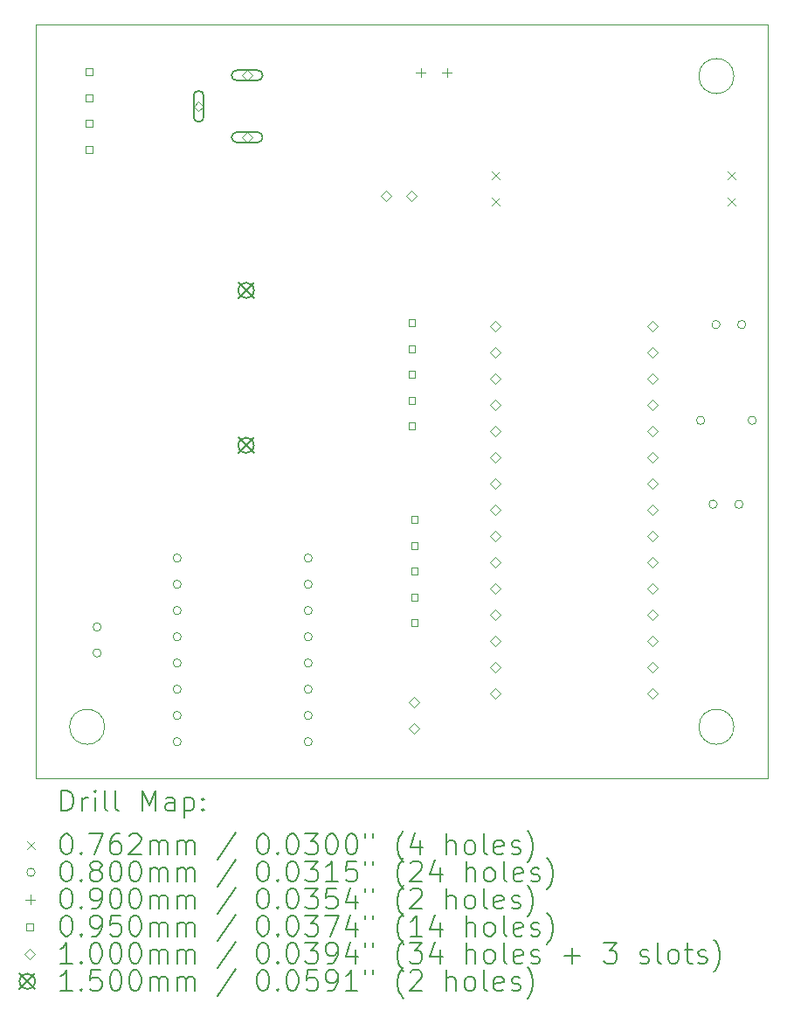
<source format=gbr>
%TF.GenerationSoftware,KiCad,Pcbnew,(6.0.9)*%
%TF.CreationDate,2024-07-14T14:50:28-07:00*%
%TF.ProjectId,RA_Controller,52415f43-6f6e-4747-926f-6c6c65722e6b,rev?*%
%TF.SameCoordinates,Original*%
%TF.FileFunction,Drillmap*%
%TF.FilePolarity,Positive*%
%FSLAX45Y45*%
G04 Gerber Fmt 4.5, Leading zero omitted, Abs format (unit mm)*
G04 Created by KiCad (PCBNEW (6.0.9)) date 2024-07-14 14:50:28*
%MOMM*%
%LPD*%
G01*
G04 APERTURE LIST*
%ADD10C,0.100000*%
%ADD11C,0.200000*%
%ADD12C,0.076200*%
%ADD13C,0.080000*%
%ADD14C,0.090000*%
%ADD15C,0.095000*%
%ADD16C,0.150000*%
G04 APERTURE END LIST*
D10*
X11973000Y-11450700D02*
G75*
G03*
X11973000Y-11450700I-170000J0D01*
G01*
X11303000Y-4650700D02*
X18403000Y-4650700D01*
X18403000Y-4650700D02*
X18403000Y-11950700D01*
X18403000Y-11950700D02*
X11303000Y-11950700D01*
X11303000Y-11950700D02*
X11303000Y-4650700D01*
X18073000Y-11450700D02*
G75*
G03*
X18073000Y-11450700I-170000J0D01*
G01*
X18073000Y-5150700D02*
G75*
G03*
X18073000Y-5150700I-170000J0D01*
G01*
D11*
D12*
X15722600Y-6070600D02*
X15798800Y-6146800D01*
X15798800Y-6070600D02*
X15722600Y-6146800D01*
X15722600Y-6324600D02*
X15798800Y-6400800D01*
X15798800Y-6324600D02*
X15722600Y-6400800D01*
X18008600Y-6070600D02*
X18084800Y-6146800D01*
X18084800Y-6070600D02*
X18008600Y-6146800D01*
X18008600Y-6324600D02*
X18084800Y-6400800D01*
X18084800Y-6324600D02*
X18008600Y-6400800D01*
D13*
X11939900Y-10485438D02*
G75*
G03*
X11939900Y-10485438I-40000J0D01*
G01*
X11939900Y-10735438D02*
G75*
G03*
X11939900Y-10735438I-40000J0D01*
G01*
X12715600Y-9817100D02*
G75*
G03*
X12715600Y-9817100I-40000J0D01*
G01*
X12715600Y-10071100D02*
G75*
G03*
X12715600Y-10071100I-40000J0D01*
G01*
X12715600Y-10325100D02*
G75*
G03*
X12715600Y-10325100I-40000J0D01*
G01*
X12715600Y-10579100D02*
G75*
G03*
X12715600Y-10579100I-40000J0D01*
G01*
X12715600Y-10833100D02*
G75*
G03*
X12715600Y-10833100I-40000J0D01*
G01*
X12715600Y-11087100D02*
G75*
G03*
X12715600Y-11087100I-40000J0D01*
G01*
X12715600Y-11341100D02*
G75*
G03*
X12715600Y-11341100I-40000J0D01*
G01*
X12715600Y-11595100D02*
G75*
G03*
X12715600Y-11595100I-40000J0D01*
G01*
X13985600Y-9817100D02*
G75*
G03*
X13985600Y-9817100I-40000J0D01*
G01*
X13985600Y-10071100D02*
G75*
G03*
X13985600Y-10071100I-40000J0D01*
G01*
X13985600Y-10325100D02*
G75*
G03*
X13985600Y-10325100I-40000J0D01*
G01*
X13985600Y-10579100D02*
G75*
G03*
X13985600Y-10579100I-40000J0D01*
G01*
X13985600Y-10833100D02*
G75*
G03*
X13985600Y-10833100I-40000J0D01*
G01*
X13985600Y-11087100D02*
G75*
G03*
X13985600Y-11087100I-40000J0D01*
G01*
X13985600Y-11341100D02*
G75*
G03*
X13985600Y-11341100I-40000J0D01*
G01*
X13985600Y-11595100D02*
G75*
G03*
X13985600Y-11595100I-40000J0D01*
G01*
X17789900Y-8483600D02*
G75*
G03*
X17789900Y-8483600I-40000J0D01*
G01*
X17910900Y-9296400D02*
G75*
G03*
X17910900Y-9296400I-40000J0D01*
G01*
X17938300Y-7556500D02*
G75*
G03*
X17938300Y-7556500I-40000J0D01*
G01*
X18160900Y-9296400D02*
G75*
G03*
X18160900Y-9296400I-40000J0D01*
G01*
X18188300Y-7556500D02*
G75*
G03*
X18188300Y-7556500I-40000J0D01*
G01*
X18289900Y-8483600D02*
G75*
G03*
X18289900Y-8483600I-40000J0D01*
G01*
D14*
X15036300Y-5073100D02*
X15036300Y-5163100D01*
X14991300Y-5118100D02*
X15081300Y-5118100D01*
X15290300Y-5073100D02*
X15290300Y-5163100D01*
X15245300Y-5118100D02*
X15335300Y-5118100D01*
D15*
X11855588Y-5144988D02*
X11855588Y-5077812D01*
X11788412Y-5077812D01*
X11788412Y-5144988D01*
X11855588Y-5144988D01*
X11855588Y-5394988D02*
X11855588Y-5327812D01*
X11788412Y-5327812D01*
X11788412Y-5394988D01*
X11855588Y-5394988D01*
X11855588Y-5644988D02*
X11855588Y-5577812D01*
X11788412Y-5577812D01*
X11788412Y-5644988D01*
X11855588Y-5644988D01*
X11855588Y-5894988D02*
X11855588Y-5827812D01*
X11788412Y-5827812D01*
X11788412Y-5894988D01*
X11855588Y-5894988D01*
X14984188Y-7572688D02*
X14984188Y-7505512D01*
X14917012Y-7505512D01*
X14917012Y-7572688D01*
X14984188Y-7572688D01*
X14984188Y-7822688D02*
X14984188Y-7755512D01*
X14917012Y-7755512D01*
X14917012Y-7822688D01*
X14984188Y-7822688D01*
X14984188Y-8072688D02*
X14984188Y-8005512D01*
X14917012Y-8005512D01*
X14917012Y-8072688D01*
X14984188Y-8072688D01*
X14984188Y-8322688D02*
X14984188Y-8255512D01*
X14917012Y-8255512D01*
X14917012Y-8322688D01*
X14984188Y-8322688D01*
X14984188Y-8572688D02*
X14984188Y-8505512D01*
X14917012Y-8505512D01*
X14917012Y-8572688D01*
X14984188Y-8572688D01*
X15009588Y-9477688D02*
X15009588Y-9410512D01*
X14942412Y-9410512D01*
X14942412Y-9477688D01*
X15009588Y-9477688D01*
X15009588Y-9727688D02*
X15009588Y-9660512D01*
X14942412Y-9660512D01*
X14942412Y-9727688D01*
X15009588Y-9727688D01*
X15009588Y-9977688D02*
X15009588Y-9910512D01*
X14942412Y-9910512D01*
X14942412Y-9977688D01*
X15009588Y-9977688D01*
X15009588Y-10227688D02*
X15009588Y-10160512D01*
X14942412Y-10160512D01*
X14942412Y-10227688D01*
X15009588Y-10227688D01*
X15009588Y-10477688D02*
X15009588Y-10410512D01*
X14942412Y-10410512D01*
X14942412Y-10477688D01*
X15009588Y-10477688D01*
D10*
X12884550Y-5493500D02*
X12934550Y-5443500D01*
X12884550Y-5393500D01*
X12834550Y-5443500D01*
X12884550Y-5493500D01*
D11*
X12834550Y-5343500D02*
X12834550Y-5543500D01*
X12934550Y-5343500D02*
X12934550Y-5543500D01*
X12834550Y-5543500D02*
G75*
G03*
X12934550Y-5543500I50000J0D01*
G01*
X12934550Y-5343500D02*
G75*
G03*
X12834550Y-5343500I-50000J0D01*
G01*
D10*
X13354550Y-5193500D02*
X13404550Y-5143500D01*
X13354550Y-5093500D01*
X13304550Y-5143500D01*
X13354550Y-5193500D01*
D11*
X13454550Y-5093500D02*
X13254550Y-5093500D01*
X13454550Y-5193500D02*
X13254550Y-5193500D01*
X13254550Y-5093500D02*
G75*
G03*
X13254550Y-5193500I0J-50000D01*
G01*
X13454550Y-5193500D02*
G75*
G03*
X13454550Y-5093500I0J50000D01*
G01*
D10*
X13354550Y-5793500D02*
X13404550Y-5743500D01*
X13354550Y-5693500D01*
X13304550Y-5743500D01*
X13354550Y-5793500D01*
D11*
X13454550Y-5693500D02*
X13254550Y-5693500D01*
X13454550Y-5793500D02*
X13254550Y-5793500D01*
X13254550Y-5693500D02*
G75*
G03*
X13254550Y-5793500I0J-50000D01*
G01*
X13454550Y-5793500D02*
G75*
G03*
X13454550Y-5693500I0J50000D01*
G01*
D10*
X14697900Y-6361900D02*
X14747900Y-6311900D01*
X14697900Y-6261900D01*
X14647900Y-6311900D01*
X14697900Y-6361900D01*
X14947900Y-6361900D02*
X14997900Y-6311900D01*
X14947900Y-6261900D01*
X14897900Y-6311900D01*
X14947900Y-6361900D01*
X14973300Y-11264100D02*
X15023300Y-11214100D01*
X14973300Y-11164100D01*
X14923300Y-11214100D01*
X14973300Y-11264100D01*
X14973300Y-11514100D02*
X15023300Y-11464100D01*
X14973300Y-11414100D01*
X14923300Y-11464100D01*
X14973300Y-11514100D01*
X15761700Y-7619200D02*
X15811700Y-7569200D01*
X15761700Y-7519200D01*
X15711700Y-7569200D01*
X15761700Y-7619200D01*
X15761700Y-7873200D02*
X15811700Y-7823200D01*
X15761700Y-7773200D01*
X15711700Y-7823200D01*
X15761700Y-7873200D01*
X15761700Y-8127200D02*
X15811700Y-8077200D01*
X15761700Y-8027200D01*
X15711700Y-8077200D01*
X15761700Y-8127200D01*
X15761700Y-8381200D02*
X15811700Y-8331200D01*
X15761700Y-8281200D01*
X15711700Y-8331200D01*
X15761700Y-8381200D01*
X15761700Y-8635200D02*
X15811700Y-8585200D01*
X15761700Y-8535200D01*
X15711700Y-8585200D01*
X15761700Y-8635200D01*
X15761700Y-8889200D02*
X15811700Y-8839200D01*
X15761700Y-8789200D01*
X15711700Y-8839200D01*
X15761700Y-8889200D01*
X15761700Y-9143200D02*
X15811700Y-9093200D01*
X15761700Y-9043200D01*
X15711700Y-9093200D01*
X15761700Y-9143200D01*
X15761700Y-9397200D02*
X15811700Y-9347200D01*
X15761700Y-9297200D01*
X15711700Y-9347200D01*
X15761700Y-9397200D01*
X15761700Y-9651200D02*
X15811700Y-9601200D01*
X15761700Y-9551200D01*
X15711700Y-9601200D01*
X15761700Y-9651200D01*
X15761700Y-9905200D02*
X15811700Y-9855200D01*
X15761700Y-9805200D01*
X15711700Y-9855200D01*
X15761700Y-9905200D01*
X15761700Y-10159200D02*
X15811700Y-10109200D01*
X15761700Y-10059200D01*
X15711700Y-10109200D01*
X15761700Y-10159200D01*
X15761700Y-10413200D02*
X15811700Y-10363200D01*
X15761700Y-10313200D01*
X15711700Y-10363200D01*
X15761700Y-10413200D01*
X15761700Y-10667200D02*
X15811700Y-10617200D01*
X15761700Y-10567200D01*
X15711700Y-10617200D01*
X15761700Y-10667200D01*
X15761700Y-10921200D02*
X15811700Y-10871200D01*
X15761700Y-10821200D01*
X15711700Y-10871200D01*
X15761700Y-10921200D01*
X15761700Y-11175200D02*
X15811700Y-11125200D01*
X15761700Y-11075200D01*
X15711700Y-11125200D01*
X15761700Y-11175200D01*
X17285700Y-7619200D02*
X17335700Y-7569200D01*
X17285700Y-7519200D01*
X17235700Y-7569200D01*
X17285700Y-7619200D01*
X17285700Y-7873200D02*
X17335700Y-7823200D01*
X17285700Y-7773200D01*
X17235700Y-7823200D01*
X17285700Y-7873200D01*
X17285700Y-8127200D02*
X17335700Y-8077200D01*
X17285700Y-8027200D01*
X17235700Y-8077200D01*
X17285700Y-8127200D01*
X17285700Y-8381200D02*
X17335700Y-8331200D01*
X17285700Y-8281200D01*
X17235700Y-8331200D01*
X17285700Y-8381200D01*
X17285700Y-8635200D02*
X17335700Y-8585200D01*
X17285700Y-8535200D01*
X17235700Y-8585200D01*
X17285700Y-8635200D01*
X17285700Y-8889200D02*
X17335700Y-8839200D01*
X17285700Y-8789200D01*
X17235700Y-8839200D01*
X17285700Y-8889200D01*
X17285700Y-9143200D02*
X17335700Y-9093200D01*
X17285700Y-9043200D01*
X17235700Y-9093200D01*
X17285700Y-9143200D01*
X17285700Y-9397200D02*
X17335700Y-9347200D01*
X17285700Y-9297200D01*
X17235700Y-9347200D01*
X17285700Y-9397200D01*
X17285700Y-9651200D02*
X17335700Y-9601200D01*
X17285700Y-9551200D01*
X17235700Y-9601200D01*
X17285700Y-9651200D01*
X17285700Y-9905200D02*
X17335700Y-9855200D01*
X17285700Y-9805200D01*
X17235700Y-9855200D01*
X17285700Y-9905200D01*
X17285700Y-10159200D02*
X17335700Y-10109200D01*
X17285700Y-10059200D01*
X17235700Y-10109200D01*
X17285700Y-10159200D01*
X17285700Y-10413200D02*
X17335700Y-10363200D01*
X17285700Y-10313200D01*
X17235700Y-10363200D01*
X17285700Y-10413200D01*
X17285700Y-10667200D02*
X17335700Y-10617200D01*
X17285700Y-10567200D01*
X17235700Y-10617200D01*
X17285700Y-10667200D01*
X17285700Y-10921200D02*
X17335700Y-10871200D01*
X17285700Y-10821200D01*
X17235700Y-10871200D01*
X17285700Y-10921200D01*
X17285700Y-11175200D02*
X17335700Y-11125200D01*
X17285700Y-11075200D01*
X17235700Y-11125200D01*
X17285700Y-11175200D01*
D16*
X13269500Y-7150600D02*
X13419500Y-7300600D01*
X13419500Y-7150600D02*
X13269500Y-7300600D01*
X13419500Y-7225600D02*
G75*
G03*
X13419500Y-7225600I-75000J0D01*
G01*
X13269500Y-8650600D02*
X13419500Y-8800600D01*
X13419500Y-8650600D02*
X13269500Y-8800600D01*
X13419500Y-8725600D02*
G75*
G03*
X13419500Y-8725600I-75000J0D01*
G01*
D11*
X11555619Y-12266176D02*
X11555619Y-12066176D01*
X11603238Y-12066176D01*
X11631809Y-12075700D01*
X11650857Y-12094748D01*
X11660381Y-12113795D01*
X11669905Y-12151890D01*
X11669905Y-12180462D01*
X11660381Y-12218557D01*
X11650857Y-12237605D01*
X11631809Y-12256652D01*
X11603238Y-12266176D01*
X11555619Y-12266176D01*
X11755619Y-12266176D02*
X11755619Y-12132843D01*
X11755619Y-12170938D02*
X11765143Y-12151890D01*
X11774667Y-12142367D01*
X11793714Y-12132843D01*
X11812762Y-12132843D01*
X11879428Y-12266176D02*
X11879428Y-12132843D01*
X11879428Y-12066176D02*
X11869905Y-12075700D01*
X11879428Y-12085224D01*
X11888952Y-12075700D01*
X11879428Y-12066176D01*
X11879428Y-12085224D01*
X12003238Y-12266176D02*
X11984190Y-12256652D01*
X11974667Y-12237605D01*
X11974667Y-12066176D01*
X12108000Y-12266176D02*
X12088952Y-12256652D01*
X12079428Y-12237605D01*
X12079428Y-12066176D01*
X12336571Y-12266176D02*
X12336571Y-12066176D01*
X12403238Y-12209033D01*
X12469905Y-12066176D01*
X12469905Y-12266176D01*
X12650857Y-12266176D02*
X12650857Y-12161414D01*
X12641333Y-12142367D01*
X12622286Y-12132843D01*
X12584190Y-12132843D01*
X12565143Y-12142367D01*
X12650857Y-12256652D02*
X12631809Y-12266176D01*
X12584190Y-12266176D01*
X12565143Y-12256652D01*
X12555619Y-12237605D01*
X12555619Y-12218557D01*
X12565143Y-12199509D01*
X12584190Y-12189986D01*
X12631809Y-12189986D01*
X12650857Y-12180462D01*
X12746095Y-12132843D02*
X12746095Y-12332843D01*
X12746095Y-12142367D02*
X12765143Y-12132843D01*
X12803238Y-12132843D01*
X12822286Y-12142367D01*
X12831809Y-12151890D01*
X12841333Y-12170938D01*
X12841333Y-12228081D01*
X12831809Y-12247128D01*
X12822286Y-12256652D01*
X12803238Y-12266176D01*
X12765143Y-12266176D01*
X12746095Y-12256652D01*
X12927048Y-12247128D02*
X12936571Y-12256652D01*
X12927048Y-12266176D01*
X12917524Y-12256652D01*
X12927048Y-12247128D01*
X12927048Y-12266176D01*
X12927048Y-12142367D02*
X12936571Y-12151890D01*
X12927048Y-12161414D01*
X12917524Y-12151890D01*
X12927048Y-12142367D01*
X12927048Y-12161414D01*
D12*
X11221800Y-12557600D02*
X11298000Y-12633800D01*
X11298000Y-12557600D02*
X11221800Y-12633800D01*
D11*
X11593714Y-12486176D02*
X11612762Y-12486176D01*
X11631809Y-12495700D01*
X11641333Y-12505224D01*
X11650857Y-12524271D01*
X11660381Y-12562367D01*
X11660381Y-12609986D01*
X11650857Y-12648081D01*
X11641333Y-12667128D01*
X11631809Y-12676652D01*
X11612762Y-12686176D01*
X11593714Y-12686176D01*
X11574667Y-12676652D01*
X11565143Y-12667128D01*
X11555619Y-12648081D01*
X11546095Y-12609986D01*
X11546095Y-12562367D01*
X11555619Y-12524271D01*
X11565143Y-12505224D01*
X11574667Y-12495700D01*
X11593714Y-12486176D01*
X11746095Y-12667128D02*
X11755619Y-12676652D01*
X11746095Y-12686176D01*
X11736571Y-12676652D01*
X11746095Y-12667128D01*
X11746095Y-12686176D01*
X11822286Y-12486176D02*
X11955619Y-12486176D01*
X11869905Y-12686176D01*
X12117524Y-12486176D02*
X12079428Y-12486176D01*
X12060381Y-12495700D01*
X12050857Y-12505224D01*
X12031809Y-12533795D01*
X12022286Y-12571890D01*
X12022286Y-12648081D01*
X12031809Y-12667128D01*
X12041333Y-12676652D01*
X12060381Y-12686176D01*
X12098476Y-12686176D01*
X12117524Y-12676652D01*
X12127048Y-12667128D01*
X12136571Y-12648081D01*
X12136571Y-12600462D01*
X12127048Y-12581414D01*
X12117524Y-12571890D01*
X12098476Y-12562367D01*
X12060381Y-12562367D01*
X12041333Y-12571890D01*
X12031809Y-12581414D01*
X12022286Y-12600462D01*
X12212762Y-12505224D02*
X12222286Y-12495700D01*
X12241333Y-12486176D01*
X12288952Y-12486176D01*
X12308000Y-12495700D01*
X12317524Y-12505224D01*
X12327048Y-12524271D01*
X12327048Y-12543319D01*
X12317524Y-12571890D01*
X12203238Y-12686176D01*
X12327048Y-12686176D01*
X12412762Y-12686176D02*
X12412762Y-12552843D01*
X12412762Y-12571890D02*
X12422286Y-12562367D01*
X12441333Y-12552843D01*
X12469905Y-12552843D01*
X12488952Y-12562367D01*
X12498476Y-12581414D01*
X12498476Y-12686176D01*
X12498476Y-12581414D02*
X12508000Y-12562367D01*
X12527048Y-12552843D01*
X12555619Y-12552843D01*
X12574667Y-12562367D01*
X12584190Y-12581414D01*
X12584190Y-12686176D01*
X12679428Y-12686176D02*
X12679428Y-12552843D01*
X12679428Y-12571890D02*
X12688952Y-12562367D01*
X12708000Y-12552843D01*
X12736571Y-12552843D01*
X12755619Y-12562367D01*
X12765143Y-12581414D01*
X12765143Y-12686176D01*
X12765143Y-12581414D02*
X12774667Y-12562367D01*
X12793714Y-12552843D01*
X12822286Y-12552843D01*
X12841333Y-12562367D01*
X12850857Y-12581414D01*
X12850857Y-12686176D01*
X13241333Y-12476652D02*
X13069905Y-12733795D01*
X13498476Y-12486176D02*
X13517524Y-12486176D01*
X13536571Y-12495700D01*
X13546095Y-12505224D01*
X13555619Y-12524271D01*
X13565143Y-12562367D01*
X13565143Y-12609986D01*
X13555619Y-12648081D01*
X13546095Y-12667128D01*
X13536571Y-12676652D01*
X13517524Y-12686176D01*
X13498476Y-12686176D01*
X13479428Y-12676652D01*
X13469905Y-12667128D01*
X13460381Y-12648081D01*
X13450857Y-12609986D01*
X13450857Y-12562367D01*
X13460381Y-12524271D01*
X13469905Y-12505224D01*
X13479428Y-12495700D01*
X13498476Y-12486176D01*
X13650857Y-12667128D02*
X13660381Y-12676652D01*
X13650857Y-12686176D01*
X13641333Y-12676652D01*
X13650857Y-12667128D01*
X13650857Y-12686176D01*
X13784190Y-12486176D02*
X13803238Y-12486176D01*
X13822286Y-12495700D01*
X13831809Y-12505224D01*
X13841333Y-12524271D01*
X13850857Y-12562367D01*
X13850857Y-12609986D01*
X13841333Y-12648081D01*
X13831809Y-12667128D01*
X13822286Y-12676652D01*
X13803238Y-12686176D01*
X13784190Y-12686176D01*
X13765143Y-12676652D01*
X13755619Y-12667128D01*
X13746095Y-12648081D01*
X13736571Y-12609986D01*
X13736571Y-12562367D01*
X13746095Y-12524271D01*
X13755619Y-12505224D01*
X13765143Y-12495700D01*
X13784190Y-12486176D01*
X13917524Y-12486176D02*
X14041333Y-12486176D01*
X13974667Y-12562367D01*
X14003238Y-12562367D01*
X14022286Y-12571890D01*
X14031809Y-12581414D01*
X14041333Y-12600462D01*
X14041333Y-12648081D01*
X14031809Y-12667128D01*
X14022286Y-12676652D01*
X14003238Y-12686176D01*
X13946095Y-12686176D01*
X13927048Y-12676652D01*
X13917524Y-12667128D01*
X14165143Y-12486176D02*
X14184190Y-12486176D01*
X14203238Y-12495700D01*
X14212762Y-12505224D01*
X14222286Y-12524271D01*
X14231809Y-12562367D01*
X14231809Y-12609986D01*
X14222286Y-12648081D01*
X14212762Y-12667128D01*
X14203238Y-12676652D01*
X14184190Y-12686176D01*
X14165143Y-12686176D01*
X14146095Y-12676652D01*
X14136571Y-12667128D01*
X14127048Y-12648081D01*
X14117524Y-12609986D01*
X14117524Y-12562367D01*
X14127048Y-12524271D01*
X14136571Y-12505224D01*
X14146095Y-12495700D01*
X14165143Y-12486176D01*
X14355619Y-12486176D02*
X14374667Y-12486176D01*
X14393714Y-12495700D01*
X14403238Y-12505224D01*
X14412762Y-12524271D01*
X14422286Y-12562367D01*
X14422286Y-12609986D01*
X14412762Y-12648081D01*
X14403238Y-12667128D01*
X14393714Y-12676652D01*
X14374667Y-12686176D01*
X14355619Y-12686176D01*
X14336571Y-12676652D01*
X14327048Y-12667128D01*
X14317524Y-12648081D01*
X14308000Y-12609986D01*
X14308000Y-12562367D01*
X14317524Y-12524271D01*
X14327048Y-12505224D01*
X14336571Y-12495700D01*
X14355619Y-12486176D01*
X14498476Y-12486176D02*
X14498476Y-12524271D01*
X14574667Y-12486176D02*
X14574667Y-12524271D01*
X14869905Y-12762367D02*
X14860381Y-12752843D01*
X14841333Y-12724271D01*
X14831809Y-12705224D01*
X14822286Y-12676652D01*
X14812762Y-12629033D01*
X14812762Y-12590938D01*
X14822286Y-12543319D01*
X14831809Y-12514748D01*
X14841333Y-12495700D01*
X14860381Y-12467128D01*
X14869905Y-12457605D01*
X15031809Y-12552843D02*
X15031809Y-12686176D01*
X14984190Y-12476652D02*
X14936571Y-12619509D01*
X15060381Y-12619509D01*
X15288952Y-12686176D02*
X15288952Y-12486176D01*
X15374667Y-12686176D02*
X15374667Y-12581414D01*
X15365143Y-12562367D01*
X15346095Y-12552843D01*
X15317524Y-12552843D01*
X15298476Y-12562367D01*
X15288952Y-12571890D01*
X15498476Y-12686176D02*
X15479428Y-12676652D01*
X15469905Y-12667128D01*
X15460381Y-12648081D01*
X15460381Y-12590938D01*
X15469905Y-12571890D01*
X15479428Y-12562367D01*
X15498476Y-12552843D01*
X15527048Y-12552843D01*
X15546095Y-12562367D01*
X15555619Y-12571890D01*
X15565143Y-12590938D01*
X15565143Y-12648081D01*
X15555619Y-12667128D01*
X15546095Y-12676652D01*
X15527048Y-12686176D01*
X15498476Y-12686176D01*
X15679428Y-12686176D02*
X15660381Y-12676652D01*
X15650857Y-12657605D01*
X15650857Y-12486176D01*
X15831809Y-12676652D02*
X15812762Y-12686176D01*
X15774667Y-12686176D01*
X15755619Y-12676652D01*
X15746095Y-12657605D01*
X15746095Y-12581414D01*
X15755619Y-12562367D01*
X15774667Y-12552843D01*
X15812762Y-12552843D01*
X15831809Y-12562367D01*
X15841333Y-12581414D01*
X15841333Y-12600462D01*
X15746095Y-12619509D01*
X15917524Y-12676652D02*
X15936571Y-12686176D01*
X15974667Y-12686176D01*
X15993714Y-12676652D01*
X16003238Y-12657605D01*
X16003238Y-12648081D01*
X15993714Y-12629033D01*
X15974667Y-12619509D01*
X15946095Y-12619509D01*
X15927048Y-12609986D01*
X15917524Y-12590938D01*
X15917524Y-12581414D01*
X15927048Y-12562367D01*
X15946095Y-12552843D01*
X15974667Y-12552843D01*
X15993714Y-12562367D01*
X16069905Y-12762367D02*
X16079428Y-12752843D01*
X16098476Y-12724271D01*
X16108000Y-12705224D01*
X16117524Y-12676652D01*
X16127048Y-12629033D01*
X16127048Y-12590938D01*
X16117524Y-12543319D01*
X16108000Y-12514748D01*
X16098476Y-12495700D01*
X16079428Y-12467128D01*
X16069905Y-12457605D01*
D13*
X11298000Y-12859700D02*
G75*
G03*
X11298000Y-12859700I-40000J0D01*
G01*
D11*
X11593714Y-12750176D02*
X11612762Y-12750176D01*
X11631809Y-12759700D01*
X11641333Y-12769224D01*
X11650857Y-12788271D01*
X11660381Y-12826367D01*
X11660381Y-12873986D01*
X11650857Y-12912081D01*
X11641333Y-12931128D01*
X11631809Y-12940652D01*
X11612762Y-12950176D01*
X11593714Y-12950176D01*
X11574667Y-12940652D01*
X11565143Y-12931128D01*
X11555619Y-12912081D01*
X11546095Y-12873986D01*
X11546095Y-12826367D01*
X11555619Y-12788271D01*
X11565143Y-12769224D01*
X11574667Y-12759700D01*
X11593714Y-12750176D01*
X11746095Y-12931128D02*
X11755619Y-12940652D01*
X11746095Y-12950176D01*
X11736571Y-12940652D01*
X11746095Y-12931128D01*
X11746095Y-12950176D01*
X11869905Y-12835890D02*
X11850857Y-12826367D01*
X11841333Y-12816843D01*
X11831809Y-12797795D01*
X11831809Y-12788271D01*
X11841333Y-12769224D01*
X11850857Y-12759700D01*
X11869905Y-12750176D01*
X11908000Y-12750176D01*
X11927048Y-12759700D01*
X11936571Y-12769224D01*
X11946095Y-12788271D01*
X11946095Y-12797795D01*
X11936571Y-12816843D01*
X11927048Y-12826367D01*
X11908000Y-12835890D01*
X11869905Y-12835890D01*
X11850857Y-12845414D01*
X11841333Y-12854938D01*
X11831809Y-12873986D01*
X11831809Y-12912081D01*
X11841333Y-12931128D01*
X11850857Y-12940652D01*
X11869905Y-12950176D01*
X11908000Y-12950176D01*
X11927048Y-12940652D01*
X11936571Y-12931128D01*
X11946095Y-12912081D01*
X11946095Y-12873986D01*
X11936571Y-12854938D01*
X11927048Y-12845414D01*
X11908000Y-12835890D01*
X12069905Y-12750176D02*
X12088952Y-12750176D01*
X12108000Y-12759700D01*
X12117524Y-12769224D01*
X12127048Y-12788271D01*
X12136571Y-12826367D01*
X12136571Y-12873986D01*
X12127048Y-12912081D01*
X12117524Y-12931128D01*
X12108000Y-12940652D01*
X12088952Y-12950176D01*
X12069905Y-12950176D01*
X12050857Y-12940652D01*
X12041333Y-12931128D01*
X12031809Y-12912081D01*
X12022286Y-12873986D01*
X12022286Y-12826367D01*
X12031809Y-12788271D01*
X12041333Y-12769224D01*
X12050857Y-12759700D01*
X12069905Y-12750176D01*
X12260381Y-12750176D02*
X12279428Y-12750176D01*
X12298476Y-12759700D01*
X12308000Y-12769224D01*
X12317524Y-12788271D01*
X12327048Y-12826367D01*
X12327048Y-12873986D01*
X12317524Y-12912081D01*
X12308000Y-12931128D01*
X12298476Y-12940652D01*
X12279428Y-12950176D01*
X12260381Y-12950176D01*
X12241333Y-12940652D01*
X12231809Y-12931128D01*
X12222286Y-12912081D01*
X12212762Y-12873986D01*
X12212762Y-12826367D01*
X12222286Y-12788271D01*
X12231809Y-12769224D01*
X12241333Y-12759700D01*
X12260381Y-12750176D01*
X12412762Y-12950176D02*
X12412762Y-12816843D01*
X12412762Y-12835890D02*
X12422286Y-12826367D01*
X12441333Y-12816843D01*
X12469905Y-12816843D01*
X12488952Y-12826367D01*
X12498476Y-12845414D01*
X12498476Y-12950176D01*
X12498476Y-12845414D02*
X12508000Y-12826367D01*
X12527048Y-12816843D01*
X12555619Y-12816843D01*
X12574667Y-12826367D01*
X12584190Y-12845414D01*
X12584190Y-12950176D01*
X12679428Y-12950176D02*
X12679428Y-12816843D01*
X12679428Y-12835890D02*
X12688952Y-12826367D01*
X12708000Y-12816843D01*
X12736571Y-12816843D01*
X12755619Y-12826367D01*
X12765143Y-12845414D01*
X12765143Y-12950176D01*
X12765143Y-12845414D02*
X12774667Y-12826367D01*
X12793714Y-12816843D01*
X12822286Y-12816843D01*
X12841333Y-12826367D01*
X12850857Y-12845414D01*
X12850857Y-12950176D01*
X13241333Y-12740652D02*
X13069905Y-12997795D01*
X13498476Y-12750176D02*
X13517524Y-12750176D01*
X13536571Y-12759700D01*
X13546095Y-12769224D01*
X13555619Y-12788271D01*
X13565143Y-12826367D01*
X13565143Y-12873986D01*
X13555619Y-12912081D01*
X13546095Y-12931128D01*
X13536571Y-12940652D01*
X13517524Y-12950176D01*
X13498476Y-12950176D01*
X13479428Y-12940652D01*
X13469905Y-12931128D01*
X13460381Y-12912081D01*
X13450857Y-12873986D01*
X13450857Y-12826367D01*
X13460381Y-12788271D01*
X13469905Y-12769224D01*
X13479428Y-12759700D01*
X13498476Y-12750176D01*
X13650857Y-12931128D02*
X13660381Y-12940652D01*
X13650857Y-12950176D01*
X13641333Y-12940652D01*
X13650857Y-12931128D01*
X13650857Y-12950176D01*
X13784190Y-12750176D02*
X13803238Y-12750176D01*
X13822286Y-12759700D01*
X13831809Y-12769224D01*
X13841333Y-12788271D01*
X13850857Y-12826367D01*
X13850857Y-12873986D01*
X13841333Y-12912081D01*
X13831809Y-12931128D01*
X13822286Y-12940652D01*
X13803238Y-12950176D01*
X13784190Y-12950176D01*
X13765143Y-12940652D01*
X13755619Y-12931128D01*
X13746095Y-12912081D01*
X13736571Y-12873986D01*
X13736571Y-12826367D01*
X13746095Y-12788271D01*
X13755619Y-12769224D01*
X13765143Y-12759700D01*
X13784190Y-12750176D01*
X13917524Y-12750176D02*
X14041333Y-12750176D01*
X13974667Y-12826367D01*
X14003238Y-12826367D01*
X14022286Y-12835890D01*
X14031809Y-12845414D01*
X14041333Y-12864462D01*
X14041333Y-12912081D01*
X14031809Y-12931128D01*
X14022286Y-12940652D01*
X14003238Y-12950176D01*
X13946095Y-12950176D01*
X13927048Y-12940652D01*
X13917524Y-12931128D01*
X14231809Y-12950176D02*
X14117524Y-12950176D01*
X14174667Y-12950176D02*
X14174667Y-12750176D01*
X14155619Y-12778748D01*
X14136571Y-12797795D01*
X14117524Y-12807319D01*
X14412762Y-12750176D02*
X14317524Y-12750176D01*
X14308000Y-12845414D01*
X14317524Y-12835890D01*
X14336571Y-12826367D01*
X14384190Y-12826367D01*
X14403238Y-12835890D01*
X14412762Y-12845414D01*
X14422286Y-12864462D01*
X14422286Y-12912081D01*
X14412762Y-12931128D01*
X14403238Y-12940652D01*
X14384190Y-12950176D01*
X14336571Y-12950176D01*
X14317524Y-12940652D01*
X14308000Y-12931128D01*
X14498476Y-12750176D02*
X14498476Y-12788271D01*
X14574667Y-12750176D02*
X14574667Y-12788271D01*
X14869905Y-13026367D02*
X14860381Y-13016843D01*
X14841333Y-12988271D01*
X14831809Y-12969224D01*
X14822286Y-12940652D01*
X14812762Y-12893033D01*
X14812762Y-12854938D01*
X14822286Y-12807319D01*
X14831809Y-12778748D01*
X14841333Y-12759700D01*
X14860381Y-12731128D01*
X14869905Y-12721605D01*
X14936571Y-12769224D02*
X14946095Y-12759700D01*
X14965143Y-12750176D01*
X15012762Y-12750176D01*
X15031809Y-12759700D01*
X15041333Y-12769224D01*
X15050857Y-12788271D01*
X15050857Y-12807319D01*
X15041333Y-12835890D01*
X14927048Y-12950176D01*
X15050857Y-12950176D01*
X15222286Y-12816843D02*
X15222286Y-12950176D01*
X15174667Y-12740652D02*
X15127048Y-12883509D01*
X15250857Y-12883509D01*
X15479428Y-12950176D02*
X15479428Y-12750176D01*
X15565143Y-12950176D02*
X15565143Y-12845414D01*
X15555619Y-12826367D01*
X15536571Y-12816843D01*
X15508000Y-12816843D01*
X15488952Y-12826367D01*
X15479428Y-12835890D01*
X15688952Y-12950176D02*
X15669905Y-12940652D01*
X15660381Y-12931128D01*
X15650857Y-12912081D01*
X15650857Y-12854938D01*
X15660381Y-12835890D01*
X15669905Y-12826367D01*
X15688952Y-12816843D01*
X15717524Y-12816843D01*
X15736571Y-12826367D01*
X15746095Y-12835890D01*
X15755619Y-12854938D01*
X15755619Y-12912081D01*
X15746095Y-12931128D01*
X15736571Y-12940652D01*
X15717524Y-12950176D01*
X15688952Y-12950176D01*
X15869905Y-12950176D02*
X15850857Y-12940652D01*
X15841333Y-12921605D01*
X15841333Y-12750176D01*
X16022286Y-12940652D02*
X16003238Y-12950176D01*
X15965143Y-12950176D01*
X15946095Y-12940652D01*
X15936571Y-12921605D01*
X15936571Y-12845414D01*
X15946095Y-12826367D01*
X15965143Y-12816843D01*
X16003238Y-12816843D01*
X16022286Y-12826367D01*
X16031809Y-12845414D01*
X16031809Y-12864462D01*
X15936571Y-12883509D01*
X16108000Y-12940652D02*
X16127048Y-12950176D01*
X16165143Y-12950176D01*
X16184190Y-12940652D01*
X16193714Y-12921605D01*
X16193714Y-12912081D01*
X16184190Y-12893033D01*
X16165143Y-12883509D01*
X16136571Y-12883509D01*
X16117524Y-12873986D01*
X16108000Y-12854938D01*
X16108000Y-12845414D01*
X16117524Y-12826367D01*
X16136571Y-12816843D01*
X16165143Y-12816843D01*
X16184190Y-12826367D01*
X16260381Y-13026367D02*
X16269905Y-13016843D01*
X16288952Y-12988271D01*
X16298476Y-12969224D01*
X16308000Y-12940652D01*
X16317524Y-12893033D01*
X16317524Y-12854938D01*
X16308000Y-12807319D01*
X16298476Y-12778748D01*
X16288952Y-12759700D01*
X16269905Y-12731128D01*
X16260381Y-12721605D01*
D14*
X11253000Y-13078700D02*
X11253000Y-13168700D01*
X11208000Y-13123700D02*
X11298000Y-13123700D01*
D11*
X11593714Y-13014176D02*
X11612762Y-13014176D01*
X11631809Y-13023700D01*
X11641333Y-13033224D01*
X11650857Y-13052271D01*
X11660381Y-13090367D01*
X11660381Y-13137986D01*
X11650857Y-13176081D01*
X11641333Y-13195128D01*
X11631809Y-13204652D01*
X11612762Y-13214176D01*
X11593714Y-13214176D01*
X11574667Y-13204652D01*
X11565143Y-13195128D01*
X11555619Y-13176081D01*
X11546095Y-13137986D01*
X11546095Y-13090367D01*
X11555619Y-13052271D01*
X11565143Y-13033224D01*
X11574667Y-13023700D01*
X11593714Y-13014176D01*
X11746095Y-13195128D02*
X11755619Y-13204652D01*
X11746095Y-13214176D01*
X11736571Y-13204652D01*
X11746095Y-13195128D01*
X11746095Y-13214176D01*
X11850857Y-13214176D02*
X11888952Y-13214176D01*
X11908000Y-13204652D01*
X11917524Y-13195128D01*
X11936571Y-13166557D01*
X11946095Y-13128462D01*
X11946095Y-13052271D01*
X11936571Y-13033224D01*
X11927048Y-13023700D01*
X11908000Y-13014176D01*
X11869905Y-13014176D01*
X11850857Y-13023700D01*
X11841333Y-13033224D01*
X11831809Y-13052271D01*
X11831809Y-13099890D01*
X11841333Y-13118938D01*
X11850857Y-13128462D01*
X11869905Y-13137986D01*
X11908000Y-13137986D01*
X11927048Y-13128462D01*
X11936571Y-13118938D01*
X11946095Y-13099890D01*
X12069905Y-13014176D02*
X12088952Y-13014176D01*
X12108000Y-13023700D01*
X12117524Y-13033224D01*
X12127048Y-13052271D01*
X12136571Y-13090367D01*
X12136571Y-13137986D01*
X12127048Y-13176081D01*
X12117524Y-13195128D01*
X12108000Y-13204652D01*
X12088952Y-13214176D01*
X12069905Y-13214176D01*
X12050857Y-13204652D01*
X12041333Y-13195128D01*
X12031809Y-13176081D01*
X12022286Y-13137986D01*
X12022286Y-13090367D01*
X12031809Y-13052271D01*
X12041333Y-13033224D01*
X12050857Y-13023700D01*
X12069905Y-13014176D01*
X12260381Y-13014176D02*
X12279428Y-13014176D01*
X12298476Y-13023700D01*
X12308000Y-13033224D01*
X12317524Y-13052271D01*
X12327048Y-13090367D01*
X12327048Y-13137986D01*
X12317524Y-13176081D01*
X12308000Y-13195128D01*
X12298476Y-13204652D01*
X12279428Y-13214176D01*
X12260381Y-13214176D01*
X12241333Y-13204652D01*
X12231809Y-13195128D01*
X12222286Y-13176081D01*
X12212762Y-13137986D01*
X12212762Y-13090367D01*
X12222286Y-13052271D01*
X12231809Y-13033224D01*
X12241333Y-13023700D01*
X12260381Y-13014176D01*
X12412762Y-13214176D02*
X12412762Y-13080843D01*
X12412762Y-13099890D02*
X12422286Y-13090367D01*
X12441333Y-13080843D01*
X12469905Y-13080843D01*
X12488952Y-13090367D01*
X12498476Y-13109414D01*
X12498476Y-13214176D01*
X12498476Y-13109414D02*
X12508000Y-13090367D01*
X12527048Y-13080843D01*
X12555619Y-13080843D01*
X12574667Y-13090367D01*
X12584190Y-13109414D01*
X12584190Y-13214176D01*
X12679428Y-13214176D02*
X12679428Y-13080843D01*
X12679428Y-13099890D02*
X12688952Y-13090367D01*
X12708000Y-13080843D01*
X12736571Y-13080843D01*
X12755619Y-13090367D01*
X12765143Y-13109414D01*
X12765143Y-13214176D01*
X12765143Y-13109414D02*
X12774667Y-13090367D01*
X12793714Y-13080843D01*
X12822286Y-13080843D01*
X12841333Y-13090367D01*
X12850857Y-13109414D01*
X12850857Y-13214176D01*
X13241333Y-13004652D02*
X13069905Y-13261795D01*
X13498476Y-13014176D02*
X13517524Y-13014176D01*
X13536571Y-13023700D01*
X13546095Y-13033224D01*
X13555619Y-13052271D01*
X13565143Y-13090367D01*
X13565143Y-13137986D01*
X13555619Y-13176081D01*
X13546095Y-13195128D01*
X13536571Y-13204652D01*
X13517524Y-13214176D01*
X13498476Y-13214176D01*
X13479428Y-13204652D01*
X13469905Y-13195128D01*
X13460381Y-13176081D01*
X13450857Y-13137986D01*
X13450857Y-13090367D01*
X13460381Y-13052271D01*
X13469905Y-13033224D01*
X13479428Y-13023700D01*
X13498476Y-13014176D01*
X13650857Y-13195128D02*
X13660381Y-13204652D01*
X13650857Y-13214176D01*
X13641333Y-13204652D01*
X13650857Y-13195128D01*
X13650857Y-13214176D01*
X13784190Y-13014176D02*
X13803238Y-13014176D01*
X13822286Y-13023700D01*
X13831809Y-13033224D01*
X13841333Y-13052271D01*
X13850857Y-13090367D01*
X13850857Y-13137986D01*
X13841333Y-13176081D01*
X13831809Y-13195128D01*
X13822286Y-13204652D01*
X13803238Y-13214176D01*
X13784190Y-13214176D01*
X13765143Y-13204652D01*
X13755619Y-13195128D01*
X13746095Y-13176081D01*
X13736571Y-13137986D01*
X13736571Y-13090367D01*
X13746095Y-13052271D01*
X13755619Y-13033224D01*
X13765143Y-13023700D01*
X13784190Y-13014176D01*
X13917524Y-13014176D02*
X14041333Y-13014176D01*
X13974667Y-13090367D01*
X14003238Y-13090367D01*
X14022286Y-13099890D01*
X14031809Y-13109414D01*
X14041333Y-13128462D01*
X14041333Y-13176081D01*
X14031809Y-13195128D01*
X14022286Y-13204652D01*
X14003238Y-13214176D01*
X13946095Y-13214176D01*
X13927048Y-13204652D01*
X13917524Y-13195128D01*
X14222286Y-13014176D02*
X14127048Y-13014176D01*
X14117524Y-13109414D01*
X14127048Y-13099890D01*
X14146095Y-13090367D01*
X14193714Y-13090367D01*
X14212762Y-13099890D01*
X14222286Y-13109414D01*
X14231809Y-13128462D01*
X14231809Y-13176081D01*
X14222286Y-13195128D01*
X14212762Y-13204652D01*
X14193714Y-13214176D01*
X14146095Y-13214176D01*
X14127048Y-13204652D01*
X14117524Y-13195128D01*
X14403238Y-13080843D02*
X14403238Y-13214176D01*
X14355619Y-13004652D02*
X14308000Y-13147509D01*
X14431809Y-13147509D01*
X14498476Y-13014176D02*
X14498476Y-13052271D01*
X14574667Y-13014176D02*
X14574667Y-13052271D01*
X14869905Y-13290367D02*
X14860381Y-13280843D01*
X14841333Y-13252271D01*
X14831809Y-13233224D01*
X14822286Y-13204652D01*
X14812762Y-13157033D01*
X14812762Y-13118938D01*
X14822286Y-13071319D01*
X14831809Y-13042748D01*
X14841333Y-13023700D01*
X14860381Y-12995128D01*
X14869905Y-12985605D01*
X14936571Y-13033224D02*
X14946095Y-13023700D01*
X14965143Y-13014176D01*
X15012762Y-13014176D01*
X15031809Y-13023700D01*
X15041333Y-13033224D01*
X15050857Y-13052271D01*
X15050857Y-13071319D01*
X15041333Y-13099890D01*
X14927048Y-13214176D01*
X15050857Y-13214176D01*
X15288952Y-13214176D02*
X15288952Y-13014176D01*
X15374667Y-13214176D02*
X15374667Y-13109414D01*
X15365143Y-13090367D01*
X15346095Y-13080843D01*
X15317524Y-13080843D01*
X15298476Y-13090367D01*
X15288952Y-13099890D01*
X15498476Y-13214176D02*
X15479428Y-13204652D01*
X15469905Y-13195128D01*
X15460381Y-13176081D01*
X15460381Y-13118938D01*
X15469905Y-13099890D01*
X15479428Y-13090367D01*
X15498476Y-13080843D01*
X15527048Y-13080843D01*
X15546095Y-13090367D01*
X15555619Y-13099890D01*
X15565143Y-13118938D01*
X15565143Y-13176081D01*
X15555619Y-13195128D01*
X15546095Y-13204652D01*
X15527048Y-13214176D01*
X15498476Y-13214176D01*
X15679428Y-13214176D02*
X15660381Y-13204652D01*
X15650857Y-13185605D01*
X15650857Y-13014176D01*
X15831809Y-13204652D02*
X15812762Y-13214176D01*
X15774667Y-13214176D01*
X15755619Y-13204652D01*
X15746095Y-13185605D01*
X15746095Y-13109414D01*
X15755619Y-13090367D01*
X15774667Y-13080843D01*
X15812762Y-13080843D01*
X15831809Y-13090367D01*
X15841333Y-13109414D01*
X15841333Y-13128462D01*
X15746095Y-13147509D01*
X15917524Y-13204652D02*
X15936571Y-13214176D01*
X15974667Y-13214176D01*
X15993714Y-13204652D01*
X16003238Y-13185605D01*
X16003238Y-13176081D01*
X15993714Y-13157033D01*
X15974667Y-13147509D01*
X15946095Y-13147509D01*
X15927048Y-13137986D01*
X15917524Y-13118938D01*
X15917524Y-13109414D01*
X15927048Y-13090367D01*
X15946095Y-13080843D01*
X15974667Y-13080843D01*
X15993714Y-13090367D01*
X16069905Y-13290367D02*
X16079428Y-13280843D01*
X16098476Y-13252271D01*
X16108000Y-13233224D01*
X16117524Y-13204652D01*
X16127048Y-13157033D01*
X16127048Y-13118938D01*
X16117524Y-13071319D01*
X16108000Y-13042748D01*
X16098476Y-13023700D01*
X16079428Y-12995128D01*
X16069905Y-12985605D01*
D15*
X11284088Y-13421288D02*
X11284088Y-13354112D01*
X11216912Y-13354112D01*
X11216912Y-13421288D01*
X11284088Y-13421288D01*
D11*
X11593714Y-13278176D02*
X11612762Y-13278176D01*
X11631809Y-13287700D01*
X11641333Y-13297224D01*
X11650857Y-13316271D01*
X11660381Y-13354367D01*
X11660381Y-13401986D01*
X11650857Y-13440081D01*
X11641333Y-13459128D01*
X11631809Y-13468652D01*
X11612762Y-13478176D01*
X11593714Y-13478176D01*
X11574667Y-13468652D01*
X11565143Y-13459128D01*
X11555619Y-13440081D01*
X11546095Y-13401986D01*
X11546095Y-13354367D01*
X11555619Y-13316271D01*
X11565143Y-13297224D01*
X11574667Y-13287700D01*
X11593714Y-13278176D01*
X11746095Y-13459128D02*
X11755619Y-13468652D01*
X11746095Y-13478176D01*
X11736571Y-13468652D01*
X11746095Y-13459128D01*
X11746095Y-13478176D01*
X11850857Y-13478176D02*
X11888952Y-13478176D01*
X11908000Y-13468652D01*
X11917524Y-13459128D01*
X11936571Y-13430557D01*
X11946095Y-13392462D01*
X11946095Y-13316271D01*
X11936571Y-13297224D01*
X11927048Y-13287700D01*
X11908000Y-13278176D01*
X11869905Y-13278176D01*
X11850857Y-13287700D01*
X11841333Y-13297224D01*
X11831809Y-13316271D01*
X11831809Y-13363890D01*
X11841333Y-13382938D01*
X11850857Y-13392462D01*
X11869905Y-13401986D01*
X11908000Y-13401986D01*
X11927048Y-13392462D01*
X11936571Y-13382938D01*
X11946095Y-13363890D01*
X12127048Y-13278176D02*
X12031809Y-13278176D01*
X12022286Y-13373414D01*
X12031809Y-13363890D01*
X12050857Y-13354367D01*
X12098476Y-13354367D01*
X12117524Y-13363890D01*
X12127048Y-13373414D01*
X12136571Y-13392462D01*
X12136571Y-13440081D01*
X12127048Y-13459128D01*
X12117524Y-13468652D01*
X12098476Y-13478176D01*
X12050857Y-13478176D01*
X12031809Y-13468652D01*
X12022286Y-13459128D01*
X12260381Y-13278176D02*
X12279428Y-13278176D01*
X12298476Y-13287700D01*
X12308000Y-13297224D01*
X12317524Y-13316271D01*
X12327048Y-13354367D01*
X12327048Y-13401986D01*
X12317524Y-13440081D01*
X12308000Y-13459128D01*
X12298476Y-13468652D01*
X12279428Y-13478176D01*
X12260381Y-13478176D01*
X12241333Y-13468652D01*
X12231809Y-13459128D01*
X12222286Y-13440081D01*
X12212762Y-13401986D01*
X12212762Y-13354367D01*
X12222286Y-13316271D01*
X12231809Y-13297224D01*
X12241333Y-13287700D01*
X12260381Y-13278176D01*
X12412762Y-13478176D02*
X12412762Y-13344843D01*
X12412762Y-13363890D02*
X12422286Y-13354367D01*
X12441333Y-13344843D01*
X12469905Y-13344843D01*
X12488952Y-13354367D01*
X12498476Y-13373414D01*
X12498476Y-13478176D01*
X12498476Y-13373414D02*
X12508000Y-13354367D01*
X12527048Y-13344843D01*
X12555619Y-13344843D01*
X12574667Y-13354367D01*
X12584190Y-13373414D01*
X12584190Y-13478176D01*
X12679428Y-13478176D02*
X12679428Y-13344843D01*
X12679428Y-13363890D02*
X12688952Y-13354367D01*
X12708000Y-13344843D01*
X12736571Y-13344843D01*
X12755619Y-13354367D01*
X12765143Y-13373414D01*
X12765143Y-13478176D01*
X12765143Y-13373414D02*
X12774667Y-13354367D01*
X12793714Y-13344843D01*
X12822286Y-13344843D01*
X12841333Y-13354367D01*
X12850857Y-13373414D01*
X12850857Y-13478176D01*
X13241333Y-13268652D02*
X13069905Y-13525795D01*
X13498476Y-13278176D02*
X13517524Y-13278176D01*
X13536571Y-13287700D01*
X13546095Y-13297224D01*
X13555619Y-13316271D01*
X13565143Y-13354367D01*
X13565143Y-13401986D01*
X13555619Y-13440081D01*
X13546095Y-13459128D01*
X13536571Y-13468652D01*
X13517524Y-13478176D01*
X13498476Y-13478176D01*
X13479428Y-13468652D01*
X13469905Y-13459128D01*
X13460381Y-13440081D01*
X13450857Y-13401986D01*
X13450857Y-13354367D01*
X13460381Y-13316271D01*
X13469905Y-13297224D01*
X13479428Y-13287700D01*
X13498476Y-13278176D01*
X13650857Y-13459128D02*
X13660381Y-13468652D01*
X13650857Y-13478176D01*
X13641333Y-13468652D01*
X13650857Y-13459128D01*
X13650857Y-13478176D01*
X13784190Y-13278176D02*
X13803238Y-13278176D01*
X13822286Y-13287700D01*
X13831809Y-13297224D01*
X13841333Y-13316271D01*
X13850857Y-13354367D01*
X13850857Y-13401986D01*
X13841333Y-13440081D01*
X13831809Y-13459128D01*
X13822286Y-13468652D01*
X13803238Y-13478176D01*
X13784190Y-13478176D01*
X13765143Y-13468652D01*
X13755619Y-13459128D01*
X13746095Y-13440081D01*
X13736571Y-13401986D01*
X13736571Y-13354367D01*
X13746095Y-13316271D01*
X13755619Y-13297224D01*
X13765143Y-13287700D01*
X13784190Y-13278176D01*
X13917524Y-13278176D02*
X14041333Y-13278176D01*
X13974667Y-13354367D01*
X14003238Y-13354367D01*
X14022286Y-13363890D01*
X14031809Y-13373414D01*
X14041333Y-13392462D01*
X14041333Y-13440081D01*
X14031809Y-13459128D01*
X14022286Y-13468652D01*
X14003238Y-13478176D01*
X13946095Y-13478176D01*
X13927048Y-13468652D01*
X13917524Y-13459128D01*
X14108000Y-13278176D02*
X14241333Y-13278176D01*
X14155619Y-13478176D01*
X14403238Y-13344843D02*
X14403238Y-13478176D01*
X14355619Y-13268652D02*
X14308000Y-13411509D01*
X14431809Y-13411509D01*
X14498476Y-13278176D02*
X14498476Y-13316271D01*
X14574667Y-13278176D02*
X14574667Y-13316271D01*
X14869905Y-13554367D02*
X14860381Y-13544843D01*
X14841333Y-13516271D01*
X14831809Y-13497224D01*
X14822286Y-13468652D01*
X14812762Y-13421033D01*
X14812762Y-13382938D01*
X14822286Y-13335319D01*
X14831809Y-13306748D01*
X14841333Y-13287700D01*
X14860381Y-13259128D01*
X14869905Y-13249605D01*
X15050857Y-13478176D02*
X14936571Y-13478176D01*
X14993714Y-13478176D02*
X14993714Y-13278176D01*
X14974667Y-13306748D01*
X14955619Y-13325795D01*
X14936571Y-13335319D01*
X15222286Y-13344843D02*
X15222286Y-13478176D01*
X15174667Y-13268652D02*
X15127048Y-13411509D01*
X15250857Y-13411509D01*
X15479428Y-13478176D02*
X15479428Y-13278176D01*
X15565143Y-13478176D02*
X15565143Y-13373414D01*
X15555619Y-13354367D01*
X15536571Y-13344843D01*
X15508000Y-13344843D01*
X15488952Y-13354367D01*
X15479428Y-13363890D01*
X15688952Y-13478176D02*
X15669905Y-13468652D01*
X15660381Y-13459128D01*
X15650857Y-13440081D01*
X15650857Y-13382938D01*
X15660381Y-13363890D01*
X15669905Y-13354367D01*
X15688952Y-13344843D01*
X15717524Y-13344843D01*
X15736571Y-13354367D01*
X15746095Y-13363890D01*
X15755619Y-13382938D01*
X15755619Y-13440081D01*
X15746095Y-13459128D01*
X15736571Y-13468652D01*
X15717524Y-13478176D01*
X15688952Y-13478176D01*
X15869905Y-13478176D02*
X15850857Y-13468652D01*
X15841333Y-13449605D01*
X15841333Y-13278176D01*
X16022286Y-13468652D02*
X16003238Y-13478176D01*
X15965143Y-13478176D01*
X15946095Y-13468652D01*
X15936571Y-13449605D01*
X15936571Y-13373414D01*
X15946095Y-13354367D01*
X15965143Y-13344843D01*
X16003238Y-13344843D01*
X16022286Y-13354367D01*
X16031809Y-13373414D01*
X16031809Y-13392462D01*
X15936571Y-13411509D01*
X16108000Y-13468652D02*
X16127048Y-13478176D01*
X16165143Y-13478176D01*
X16184190Y-13468652D01*
X16193714Y-13449605D01*
X16193714Y-13440081D01*
X16184190Y-13421033D01*
X16165143Y-13411509D01*
X16136571Y-13411509D01*
X16117524Y-13401986D01*
X16108000Y-13382938D01*
X16108000Y-13373414D01*
X16117524Y-13354367D01*
X16136571Y-13344843D01*
X16165143Y-13344843D01*
X16184190Y-13354367D01*
X16260381Y-13554367D02*
X16269905Y-13544843D01*
X16288952Y-13516271D01*
X16298476Y-13497224D01*
X16308000Y-13468652D01*
X16317524Y-13421033D01*
X16317524Y-13382938D01*
X16308000Y-13335319D01*
X16298476Y-13306748D01*
X16288952Y-13287700D01*
X16269905Y-13259128D01*
X16260381Y-13249605D01*
D10*
X11248000Y-13701700D02*
X11298000Y-13651700D01*
X11248000Y-13601700D01*
X11198000Y-13651700D01*
X11248000Y-13701700D01*
D11*
X11660381Y-13742176D02*
X11546095Y-13742176D01*
X11603238Y-13742176D02*
X11603238Y-13542176D01*
X11584190Y-13570748D01*
X11565143Y-13589795D01*
X11546095Y-13599319D01*
X11746095Y-13723128D02*
X11755619Y-13732652D01*
X11746095Y-13742176D01*
X11736571Y-13732652D01*
X11746095Y-13723128D01*
X11746095Y-13742176D01*
X11879428Y-13542176D02*
X11898476Y-13542176D01*
X11917524Y-13551700D01*
X11927048Y-13561224D01*
X11936571Y-13580271D01*
X11946095Y-13618367D01*
X11946095Y-13665986D01*
X11936571Y-13704081D01*
X11927048Y-13723128D01*
X11917524Y-13732652D01*
X11898476Y-13742176D01*
X11879428Y-13742176D01*
X11860381Y-13732652D01*
X11850857Y-13723128D01*
X11841333Y-13704081D01*
X11831809Y-13665986D01*
X11831809Y-13618367D01*
X11841333Y-13580271D01*
X11850857Y-13561224D01*
X11860381Y-13551700D01*
X11879428Y-13542176D01*
X12069905Y-13542176D02*
X12088952Y-13542176D01*
X12108000Y-13551700D01*
X12117524Y-13561224D01*
X12127048Y-13580271D01*
X12136571Y-13618367D01*
X12136571Y-13665986D01*
X12127048Y-13704081D01*
X12117524Y-13723128D01*
X12108000Y-13732652D01*
X12088952Y-13742176D01*
X12069905Y-13742176D01*
X12050857Y-13732652D01*
X12041333Y-13723128D01*
X12031809Y-13704081D01*
X12022286Y-13665986D01*
X12022286Y-13618367D01*
X12031809Y-13580271D01*
X12041333Y-13561224D01*
X12050857Y-13551700D01*
X12069905Y-13542176D01*
X12260381Y-13542176D02*
X12279428Y-13542176D01*
X12298476Y-13551700D01*
X12308000Y-13561224D01*
X12317524Y-13580271D01*
X12327048Y-13618367D01*
X12327048Y-13665986D01*
X12317524Y-13704081D01*
X12308000Y-13723128D01*
X12298476Y-13732652D01*
X12279428Y-13742176D01*
X12260381Y-13742176D01*
X12241333Y-13732652D01*
X12231809Y-13723128D01*
X12222286Y-13704081D01*
X12212762Y-13665986D01*
X12212762Y-13618367D01*
X12222286Y-13580271D01*
X12231809Y-13561224D01*
X12241333Y-13551700D01*
X12260381Y-13542176D01*
X12412762Y-13742176D02*
X12412762Y-13608843D01*
X12412762Y-13627890D02*
X12422286Y-13618367D01*
X12441333Y-13608843D01*
X12469905Y-13608843D01*
X12488952Y-13618367D01*
X12498476Y-13637414D01*
X12498476Y-13742176D01*
X12498476Y-13637414D02*
X12508000Y-13618367D01*
X12527048Y-13608843D01*
X12555619Y-13608843D01*
X12574667Y-13618367D01*
X12584190Y-13637414D01*
X12584190Y-13742176D01*
X12679428Y-13742176D02*
X12679428Y-13608843D01*
X12679428Y-13627890D02*
X12688952Y-13618367D01*
X12708000Y-13608843D01*
X12736571Y-13608843D01*
X12755619Y-13618367D01*
X12765143Y-13637414D01*
X12765143Y-13742176D01*
X12765143Y-13637414D02*
X12774667Y-13618367D01*
X12793714Y-13608843D01*
X12822286Y-13608843D01*
X12841333Y-13618367D01*
X12850857Y-13637414D01*
X12850857Y-13742176D01*
X13241333Y-13532652D02*
X13069905Y-13789795D01*
X13498476Y-13542176D02*
X13517524Y-13542176D01*
X13536571Y-13551700D01*
X13546095Y-13561224D01*
X13555619Y-13580271D01*
X13565143Y-13618367D01*
X13565143Y-13665986D01*
X13555619Y-13704081D01*
X13546095Y-13723128D01*
X13536571Y-13732652D01*
X13517524Y-13742176D01*
X13498476Y-13742176D01*
X13479428Y-13732652D01*
X13469905Y-13723128D01*
X13460381Y-13704081D01*
X13450857Y-13665986D01*
X13450857Y-13618367D01*
X13460381Y-13580271D01*
X13469905Y-13561224D01*
X13479428Y-13551700D01*
X13498476Y-13542176D01*
X13650857Y-13723128D02*
X13660381Y-13732652D01*
X13650857Y-13742176D01*
X13641333Y-13732652D01*
X13650857Y-13723128D01*
X13650857Y-13742176D01*
X13784190Y-13542176D02*
X13803238Y-13542176D01*
X13822286Y-13551700D01*
X13831809Y-13561224D01*
X13841333Y-13580271D01*
X13850857Y-13618367D01*
X13850857Y-13665986D01*
X13841333Y-13704081D01*
X13831809Y-13723128D01*
X13822286Y-13732652D01*
X13803238Y-13742176D01*
X13784190Y-13742176D01*
X13765143Y-13732652D01*
X13755619Y-13723128D01*
X13746095Y-13704081D01*
X13736571Y-13665986D01*
X13736571Y-13618367D01*
X13746095Y-13580271D01*
X13755619Y-13561224D01*
X13765143Y-13551700D01*
X13784190Y-13542176D01*
X13917524Y-13542176D02*
X14041333Y-13542176D01*
X13974667Y-13618367D01*
X14003238Y-13618367D01*
X14022286Y-13627890D01*
X14031809Y-13637414D01*
X14041333Y-13656462D01*
X14041333Y-13704081D01*
X14031809Y-13723128D01*
X14022286Y-13732652D01*
X14003238Y-13742176D01*
X13946095Y-13742176D01*
X13927048Y-13732652D01*
X13917524Y-13723128D01*
X14136571Y-13742176D02*
X14174667Y-13742176D01*
X14193714Y-13732652D01*
X14203238Y-13723128D01*
X14222286Y-13694557D01*
X14231809Y-13656462D01*
X14231809Y-13580271D01*
X14222286Y-13561224D01*
X14212762Y-13551700D01*
X14193714Y-13542176D01*
X14155619Y-13542176D01*
X14136571Y-13551700D01*
X14127048Y-13561224D01*
X14117524Y-13580271D01*
X14117524Y-13627890D01*
X14127048Y-13646938D01*
X14136571Y-13656462D01*
X14155619Y-13665986D01*
X14193714Y-13665986D01*
X14212762Y-13656462D01*
X14222286Y-13646938D01*
X14231809Y-13627890D01*
X14403238Y-13608843D02*
X14403238Y-13742176D01*
X14355619Y-13532652D02*
X14308000Y-13675509D01*
X14431809Y-13675509D01*
X14498476Y-13542176D02*
X14498476Y-13580271D01*
X14574667Y-13542176D02*
X14574667Y-13580271D01*
X14869905Y-13818367D02*
X14860381Y-13808843D01*
X14841333Y-13780271D01*
X14831809Y-13761224D01*
X14822286Y-13732652D01*
X14812762Y-13685033D01*
X14812762Y-13646938D01*
X14822286Y-13599319D01*
X14831809Y-13570748D01*
X14841333Y-13551700D01*
X14860381Y-13523128D01*
X14869905Y-13513605D01*
X14927048Y-13542176D02*
X15050857Y-13542176D01*
X14984190Y-13618367D01*
X15012762Y-13618367D01*
X15031809Y-13627890D01*
X15041333Y-13637414D01*
X15050857Y-13656462D01*
X15050857Y-13704081D01*
X15041333Y-13723128D01*
X15031809Y-13732652D01*
X15012762Y-13742176D01*
X14955619Y-13742176D01*
X14936571Y-13732652D01*
X14927048Y-13723128D01*
X15222286Y-13608843D02*
X15222286Y-13742176D01*
X15174667Y-13532652D02*
X15127048Y-13675509D01*
X15250857Y-13675509D01*
X15479428Y-13742176D02*
X15479428Y-13542176D01*
X15565143Y-13742176D02*
X15565143Y-13637414D01*
X15555619Y-13618367D01*
X15536571Y-13608843D01*
X15508000Y-13608843D01*
X15488952Y-13618367D01*
X15479428Y-13627890D01*
X15688952Y-13742176D02*
X15669905Y-13732652D01*
X15660381Y-13723128D01*
X15650857Y-13704081D01*
X15650857Y-13646938D01*
X15660381Y-13627890D01*
X15669905Y-13618367D01*
X15688952Y-13608843D01*
X15717524Y-13608843D01*
X15736571Y-13618367D01*
X15746095Y-13627890D01*
X15755619Y-13646938D01*
X15755619Y-13704081D01*
X15746095Y-13723128D01*
X15736571Y-13732652D01*
X15717524Y-13742176D01*
X15688952Y-13742176D01*
X15869905Y-13742176D02*
X15850857Y-13732652D01*
X15841333Y-13713605D01*
X15841333Y-13542176D01*
X16022286Y-13732652D02*
X16003238Y-13742176D01*
X15965143Y-13742176D01*
X15946095Y-13732652D01*
X15936571Y-13713605D01*
X15936571Y-13637414D01*
X15946095Y-13618367D01*
X15965143Y-13608843D01*
X16003238Y-13608843D01*
X16022286Y-13618367D01*
X16031809Y-13637414D01*
X16031809Y-13656462D01*
X15936571Y-13675509D01*
X16108000Y-13732652D02*
X16127048Y-13742176D01*
X16165143Y-13742176D01*
X16184190Y-13732652D01*
X16193714Y-13713605D01*
X16193714Y-13704081D01*
X16184190Y-13685033D01*
X16165143Y-13675509D01*
X16136571Y-13675509D01*
X16117524Y-13665986D01*
X16108000Y-13646938D01*
X16108000Y-13637414D01*
X16117524Y-13618367D01*
X16136571Y-13608843D01*
X16165143Y-13608843D01*
X16184190Y-13618367D01*
X16431809Y-13665986D02*
X16584190Y-13665986D01*
X16508000Y-13742176D02*
X16508000Y-13589795D01*
X16812762Y-13542176D02*
X16936571Y-13542176D01*
X16869905Y-13618367D01*
X16898476Y-13618367D01*
X16917524Y-13627890D01*
X16927048Y-13637414D01*
X16936571Y-13656462D01*
X16936571Y-13704081D01*
X16927048Y-13723128D01*
X16917524Y-13732652D01*
X16898476Y-13742176D01*
X16841333Y-13742176D01*
X16822286Y-13732652D01*
X16812762Y-13723128D01*
X17165143Y-13732652D02*
X17184190Y-13742176D01*
X17222286Y-13742176D01*
X17241333Y-13732652D01*
X17250857Y-13713605D01*
X17250857Y-13704081D01*
X17241333Y-13685033D01*
X17222286Y-13675509D01*
X17193714Y-13675509D01*
X17174667Y-13665986D01*
X17165143Y-13646938D01*
X17165143Y-13637414D01*
X17174667Y-13618367D01*
X17193714Y-13608843D01*
X17222286Y-13608843D01*
X17241333Y-13618367D01*
X17365143Y-13742176D02*
X17346095Y-13732652D01*
X17336571Y-13713605D01*
X17336571Y-13542176D01*
X17469905Y-13742176D02*
X17450857Y-13732652D01*
X17441333Y-13723128D01*
X17431810Y-13704081D01*
X17431810Y-13646938D01*
X17441333Y-13627890D01*
X17450857Y-13618367D01*
X17469905Y-13608843D01*
X17498476Y-13608843D01*
X17517524Y-13618367D01*
X17527048Y-13627890D01*
X17536571Y-13646938D01*
X17536571Y-13704081D01*
X17527048Y-13723128D01*
X17517524Y-13732652D01*
X17498476Y-13742176D01*
X17469905Y-13742176D01*
X17593714Y-13608843D02*
X17669905Y-13608843D01*
X17622286Y-13542176D02*
X17622286Y-13713605D01*
X17631810Y-13732652D01*
X17650857Y-13742176D01*
X17669905Y-13742176D01*
X17727048Y-13732652D02*
X17746095Y-13742176D01*
X17784190Y-13742176D01*
X17803238Y-13732652D01*
X17812762Y-13713605D01*
X17812762Y-13704081D01*
X17803238Y-13685033D01*
X17784190Y-13675509D01*
X17755619Y-13675509D01*
X17736571Y-13665986D01*
X17727048Y-13646938D01*
X17727048Y-13637414D01*
X17736571Y-13618367D01*
X17755619Y-13608843D01*
X17784190Y-13608843D01*
X17803238Y-13618367D01*
X17879429Y-13818367D02*
X17888952Y-13808843D01*
X17908000Y-13780271D01*
X17917524Y-13761224D01*
X17927048Y-13732652D01*
X17936571Y-13685033D01*
X17936571Y-13646938D01*
X17927048Y-13599319D01*
X17917524Y-13570748D01*
X17908000Y-13551700D01*
X17888952Y-13523128D01*
X17879429Y-13513605D01*
D16*
X11148000Y-13840700D02*
X11298000Y-13990700D01*
X11298000Y-13840700D02*
X11148000Y-13990700D01*
X11298000Y-13915700D02*
G75*
G03*
X11298000Y-13915700I-75000J0D01*
G01*
D11*
X11660381Y-14006176D02*
X11546095Y-14006176D01*
X11603238Y-14006176D02*
X11603238Y-13806176D01*
X11584190Y-13834748D01*
X11565143Y-13853795D01*
X11546095Y-13863319D01*
X11746095Y-13987128D02*
X11755619Y-13996652D01*
X11746095Y-14006176D01*
X11736571Y-13996652D01*
X11746095Y-13987128D01*
X11746095Y-14006176D01*
X11936571Y-13806176D02*
X11841333Y-13806176D01*
X11831809Y-13901414D01*
X11841333Y-13891890D01*
X11860381Y-13882367D01*
X11908000Y-13882367D01*
X11927048Y-13891890D01*
X11936571Y-13901414D01*
X11946095Y-13920462D01*
X11946095Y-13968081D01*
X11936571Y-13987128D01*
X11927048Y-13996652D01*
X11908000Y-14006176D01*
X11860381Y-14006176D01*
X11841333Y-13996652D01*
X11831809Y-13987128D01*
X12069905Y-13806176D02*
X12088952Y-13806176D01*
X12108000Y-13815700D01*
X12117524Y-13825224D01*
X12127048Y-13844271D01*
X12136571Y-13882367D01*
X12136571Y-13929986D01*
X12127048Y-13968081D01*
X12117524Y-13987128D01*
X12108000Y-13996652D01*
X12088952Y-14006176D01*
X12069905Y-14006176D01*
X12050857Y-13996652D01*
X12041333Y-13987128D01*
X12031809Y-13968081D01*
X12022286Y-13929986D01*
X12022286Y-13882367D01*
X12031809Y-13844271D01*
X12041333Y-13825224D01*
X12050857Y-13815700D01*
X12069905Y-13806176D01*
X12260381Y-13806176D02*
X12279428Y-13806176D01*
X12298476Y-13815700D01*
X12308000Y-13825224D01*
X12317524Y-13844271D01*
X12327048Y-13882367D01*
X12327048Y-13929986D01*
X12317524Y-13968081D01*
X12308000Y-13987128D01*
X12298476Y-13996652D01*
X12279428Y-14006176D01*
X12260381Y-14006176D01*
X12241333Y-13996652D01*
X12231809Y-13987128D01*
X12222286Y-13968081D01*
X12212762Y-13929986D01*
X12212762Y-13882367D01*
X12222286Y-13844271D01*
X12231809Y-13825224D01*
X12241333Y-13815700D01*
X12260381Y-13806176D01*
X12412762Y-14006176D02*
X12412762Y-13872843D01*
X12412762Y-13891890D02*
X12422286Y-13882367D01*
X12441333Y-13872843D01*
X12469905Y-13872843D01*
X12488952Y-13882367D01*
X12498476Y-13901414D01*
X12498476Y-14006176D01*
X12498476Y-13901414D02*
X12508000Y-13882367D01*
X12527048Y-13872843D01*
X12555619Y-13872843D01*
X12574667Y-13882367D01*
X12584190Y-13901414D01*
X12584190Y-14006176D01*
X12679428Y-14006176D02*
X12679428Y-13872843D01*
X12679428Y-13891890D02*
X12688952Y-13882367D01*
X12708000Y-13872843D01*
X12736571Y-13872843D01*
X12755619Y-13882367D01*
X12765143Y-13901414D01*
X12765143Y-14006176D01*
X12765143Y-13901414D02*
X12774667Y-13882367D01*
X12793714Y-13872843D01*
X12822286Y-13872843D01*
X12841333Y-13882367D01*
X12850857Y-13901414D01*
X12850857Y-14006176D01*
X13241333Y-13796652D02*
X13069905Y-14053795D01*
X13498476Y-13806176D02*
X13517524Y-13806176D01*
X13536571Y-13815700D01*
X13546095Y-13825224D01*
X13555619Y-13844271D01*
X13565143Y-13882367D01*
X13565143Y-13929986D01*
X13555619Y-13968081D01*
X13546095Y-13987128D01*
X13536571Y-13996652D01*
X13517524Y-14006176D01*
X13498476Y-14006176D01*
X13479428Y-13996652D01*
X13469905Y-13987128D01*
X13460381Y-13968081D01*
X13450857Y-13929986D01*
X13450857Y-13882367D01*
X13460381Y-13844271D01*
X13469905Y-13825224D01*
X13479428Y-13815700D01*
X13498476Y-13806176D01*
X13650857Y-13987128D02*
X13660381Y-13996652D01*
X13650857Y-14006176D01*
X13641333Y-13996652D01*
X13650857Y-13987128D01*
X13650857Y-14006176D01*
X13784190Y-13806176D02*
X13803238Y-13806176D01*
X13822286Y-13815700D01*
X13831809Y-13825224D01*
X13841333Y-13844271D01*
X13850857Y-13882367D01*
X13850857Y-13929986D01*
X13841333Y-13968081D01*
X13831809Y-13987128D01*
X13822286Y-13996652D01*
X13803238Y-14006176D01*
X13784190Y-14006176D01*
X13765143Y-13996652D01*
X13755619Y-13987128D01*
X13746095Y-13968081D01*
X13736571Y-13929986D01*
X13736571Y-13882367D01*
X13746095Y-13844271D01*
X13755619Y-13825224D01*
X13765143Y-13815700D01*
X13784190Y-13806176D01*
X14031809Y-13806176D02*
X13936571Y-13806176D01*
X13927048Y-13901414D01*
X13936571Y-13891890D01*
X13955619Y-13882367D01*
X14003238Y-13882367D01*
X14022286Y-13891890D01*
X14031809Y-13901414D01*
X14041333Y-13920462D01*
X14041333Y-13968081D01*
X14031809Y-13987128D01*
X14022286Y-13996652D01*
X14003238Y-14006176D01*
X13955619Y-14006176D01*
X13936571Y-13996652D01*
X13927048Y-13987128D01*
X14136571Y-14006176D02*
X14174667Y-14006176D01*
X14193714Y-13996652D01*
X14203238Y-13987128D01*
X14222286Y-13958557D01*
X14231809Y-13920462D01*
X14231809Y-13844271D01*
X14222286Y-13825224D01*
X14212762Y-13815700D01*
X14193714Y-13806176D01*
X14155619Y-13806176D01*
X14136571Y-13815700D01*
X14127048Y-13825224D01*
X14117524Y-13844271D01*
X14117524Y-13891890D01*
X14127048Y-13910938D01*
X14136571Y-13920462D01*
X14155619Y-13929986D01*
X14193714Y-13929986D01*
X14212762Y-13920462D01*
X14222286Y-13910938D01*
X14231809Y-13891890D01*
X14422286Y-14006176D02*
X14308000Y-14006176D01*
X14365143Y-14006176D02*
X14365143Y-13806176D01*
X14346095Y-13834748D01*
X14327048Y-13853795D01*
X14308000Y-13863319D01*
X14498476Y-13806176D02*
X14498476Y-13844271D01*
X14574667Y-13806176D02*
X14574667Y-13844271D01*
X14869905Y-14082367D02*
X14860381Y-14072843D01*
X14841333Y-14044271D01*
X14831809Y-14025224D01*
X14822286Y-13996652D01*
X14812762Y-13949033D01*
X14812762Y-13910938D01*
X14822286Y-13863319D01*
X14831809Y-13834748D01*
X14841333Y-13815700D01*
X14860381Y-13787128D01*
X14869905Y-13777605D01*
X14936571Y-13825224D02*
X14946095Y-13815700D01*
X14965143Y-13806176D01*
X15012762Y-13806176D01*
X15031809Y-13815700D01*
X15041333Y-13825224D01*
X15050857Y-13844271D01*
X15050857Y-13863319D01*
X15041333Y-13891890D01*
X14927048Y-14006176D01*
X15050857Y-14006176D01*
X15288952Y-14006176D02*
X15288952Y-13806176D01*
X15374667Y-14006176D02*
X15374667Y-13901414D01*
X15365143Y-13882367D01*
X15346095Y-13872843D01*
X15317524Y-13872843D01*
X15298476Y-13882367D01*
X15288952Y-13891890D01*
X15498476Y-14006176D02*
X15479428Y-13996652D01*
X15469905Y-13987128D01*
X15460381Y-13968081D01*
X15460381Y-13910938D01*
X15469905Y-13891890D01*
X15479428Y-13882367D01*
X15498476Y-13872843D01*
X15527048Y-13872843D01*
X15546095Y-13882367D01*
X15555619Y-13891890D01*
X15565143Y-13910938D01*
X15565143Y-13968081D01*
X15555619Y-13987128D01*
X15546095Y-13996652D01*
X15527048Y-14006176D01*
X15498476Y-14006176D01*
X15679428Y-14006176D02*
X15660381Y-13996652D01*
X15650857Y-13977605D01*
X15650857Y-13806176D01*
X15831809Y-13996652D02*
X15812762Y-14006176D01*
X15774667Y-14006176D01*
X15755619Y-13996652D01*
X15746095Y-13977605D01*
X15746095Y-13901414D01*
X15755619Y-13882367D01*
X15774667Y-13872843D01*
X15812762Y-13872843D01*
X15831809Y-13882367D01*
X15841333Y-13901414D01*
X15841333Y-13920462D01*
X15746095Y-13939509D01*
X15917524Y-13996652D02*
X15936571Y-14006176D01*
X15974667Y-14006176D01*
X15993714Y-13996652D01*
X16003238Y-13977605D01*
X16003238Y-13968081D01*
X15993714Y-13949033D01*
X15974667Y-13939509D01*
X15946095Y-13939509D01*
X15927048Y-13929986D01*
X15917524Y-13910938D01*
X15917524Y-13901414D01*
X15927048Y-13882367D01*
X15946095Y-13872843D01*
X15974667Y-13872843D01*
X15993714Y-13882367D01*
X16069905Y-14082367D02*
X16079428Y-14072843D01*
X16098476Y-14044271D01*
X16108000Y-14025224D01*
X16117524Y-13996652D01*
X16127048Y-13949033D01*
X16127048Y-13910938D01*
X16117524Y-13863319D01*
X16108000Y-13834748D01*
X16098476Y-13815700D01*
X16079428Y-13787128D01*
X16069905Y-13777605D01*
M02*

</source>
